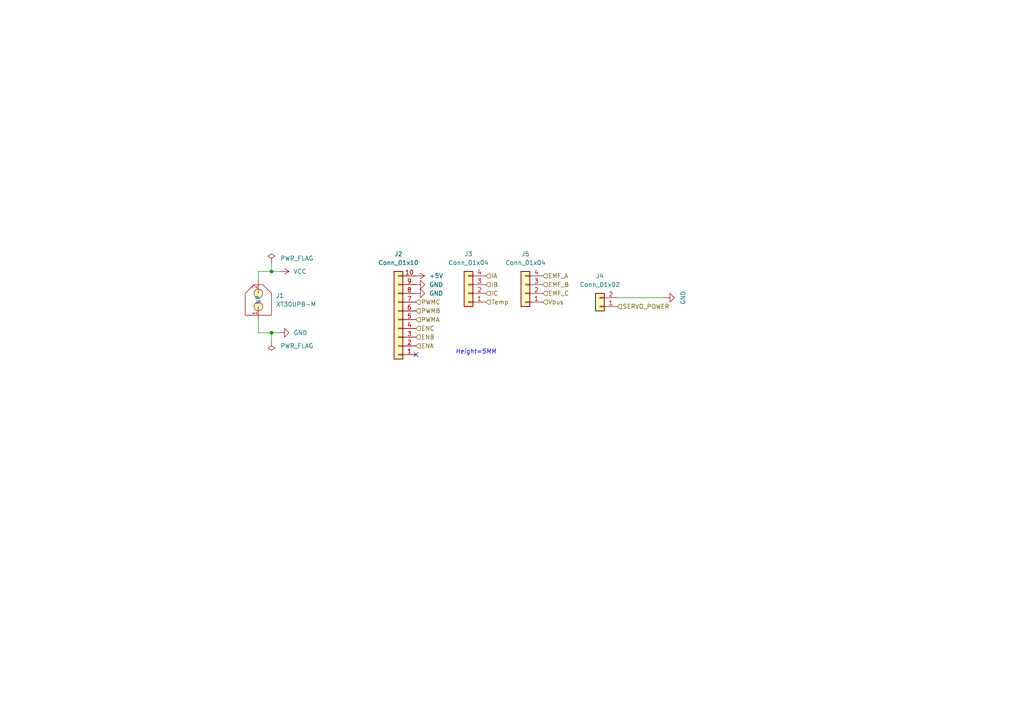
<source format=kicad_sch>
(kicad_sch (version 20211123) (generator eeschema)
  (paper "A4")
  (lib_symbols
    (symbol "Connector_Generic:Conn_01x02" (pin_names (offset 1.016) hide)
      (property "Reference" "J" (at 0 2.54 0))
      (property "Value" "Conn_01x02" (at 0 -5.08 0))
      (symbol "Conn_01x02_1_1"
        (rectangle (start -1.27 -2.413) (end 0 -2.667) (stroke (width 0.1524)))
        (rectangle (start -1.27 0.127) (end 0 -0.127) (stroke (width 0.1524)))
        (rectangle (start -1.27 1.27) (end 1.27 -3.81) (stroke (width 0.254)) (fill (type background)))
        (pin passive line (at -5.08 0 0) (length 3.81) (name "Pin_1") (number "1"))
        (pin passive line (at -5.08 -2.54 0) (length 3.81) (name "Pin_2") (number "2"))
      )
    )
    (symbol "Connector_Generic:Conn_01x04" (pin_names (offset 1.016) hide)
      (property "Reference" "J" (at 0 5.08 0))
      (property "Value" "Conn_01x04" (at 0 -7.62 0))
      (symbol "Conn_01x04_1_1"
        (rectangle (start -1.27 -4.953) (end 0 -5.207) (stroke (width 0.1524)))
        (rectangle (start -1.27 -2.413) (end 0 -2.667) (stroke (width 0.1524)))
        (rectangle (start -1.27 0.127) (end 0 -0.127) (stroke (width 0.1524)))
        (rectangle (start -1.27 2.667) (end 0 2.413) (stroke (width 0.1524)))
        (rectangle (start -1.27 3.81) (end 1.27 -6.35) (stroke (width 0.254)) (fill (type background)))
        (pin passive line (at -5.08 2.54 0) (length 3.81) (name "Pin_1") (number "1"))
        (pin passive line (at -5.08 0 0) (length 3.81) (name "Pin_2") (number "2"))
        (pin passive line (at -5.08 -2.54 0) (length 3.81) (name "Pin_3") (number "3"))
        (pin passive line (at -5.08 -5.08 0) (length 3.81) (name "Pin_4") (number "4"))
      )
    )
    (symbol "Connector_Generic:Conn_01x10" (pin_names (offset 1.016) hide)
      (property "Reference" "J" (at 0 12.7 0))
      (property "Value" "Conn_01x10" (at 0 -15.24 0))
      (symbol "Conn_01x10_1_1"
        (rectangle (start -1.27 -12.573) (end 0 -12.827) (stroke (width 0.1524)))
        (rectangle (start -1.27 -10.033) (end 0 -10.287) (stroke (width 0.1524)))
        (rectangle (start -1.27 -7.493) (end 0 -7.747) (stroke (width 0.1524)))
        (rectangle (start -1.27 -4.953) (end 0 -5.207) (stroke (width 0.1524)))
        (rectangle (start -1.27 -2.413) (end 0 -2.667) (stroke (width 0.1524)))
        (rectangle (start -1.27 0.127) (end 0 -0.127) (stroke (width 0.1524)))
        (rectangle (start -1.27 2.667) (end 0 2.413) (stroke (width 0.1524)))
        (rectangle (start -1.27 5.207) (end 0 4.953) (stroke (width 0.1524)))
        (rectangle (start -1.27 7.747) (end 0 7.493) (stroke (width 0.1524)))
        (rectangle (start -1.27 10.287) (end 0 10.033) (stroke (width 0.1524)))
        (rectangle (start -1.27 11.43) (end 1.27 -13.97) (stroke (width 0.254)) (fill (type background)))
        (pin passive line (at -5.08 10.16 0) (length 3.81) (name "Pin_1") (number "1"))
        (pin passive line (at -5.08 -12.7 0) (length 3.81) (name "Pin_10") (number "10"))
        (pin passive line (at -5.08 7.62 0) (length 3.81) (name "Pin_2") (number "2"))
        (pin passive line (at -5.08 5.08 0) (length 3.81) (name "Pin_3") (number "3"))
        (pin passive line (at -5.08 2.54 0) (length 3.81) (name "Pin_4") (number "4"))
        (pin passive line (at -5.08 0 0) (length 3.81) (name "Pin_5") (number "5"))
        (pin passive line (at -5.08 -2.54 0) (length 3.81) (name "Pin_6") (number "6"))
        (pin passive line (at -5.08 -5.08 0) (length 3.81) (name "Pin_7") (number "7"))
        (pin passive line (at -5.08 -7.62 0) (length 3.81) (name "Pin_8") (number "8"))
        (pin passive line (at -5.08 -10.16 0) (length 3.81) (name "Pin_9") (number "9"))
      )
    )
    (symbol "My_Conn:XT30U"
      (property "Reference" "J" (at -2.54 5.08 0))
      (property "Value" "XT30U" (at 0 -5.08 0))
      (symbol "XT30U_0_1"
        (circle (center -1.27 0) (radius 1.27) (fill (type background)))
        (polyline (pts (xy -3.81 3.81) (xy -3.81 1.27)))
        (polyline (pts (xy 2.54 -3.81) (xy 1.27 -3.81)))
        (polyline (pts (xy -3.81 1.27) (xy -3.81 1.27) (xy -3.81 1.27) (xy -3.81 -3.81) (xy 1.27 -3.81)))
        (polyline (pts (xy 2.54 -3.81) (xy 5.08 -1.27) (xy 5.08 1.27) (xy 2.54 3.81) (xy -2.54 3.81) (xy -3.81 3.81)))
        (circle (center 2.54 0) (radius 1.27) (fill (type background)))
      )
      (symbol "XT30U_1_1"
        (pin power_in line (at -5.08 0 0) (length 3.81) (name "N") (number "1"))
        (pin power_in line (at 6.35 0 180) (length 3.81) (name "P") (number "2"))
      )
    )
    (symbol "power:+5V" (power) (pin_names (offset 0))
      (property "Value" "+5V" (at 0 3.556 0))
      (symbol "+5V_0_1"
        (polyline (pts (xy -0.762 1.27) (xy 0 2.54)))
        (polyline (pts (xy 0 0) (xy 0 2.54)))
        (polyline (pts (xy 0 2.54) (xy 0.762 1.27)))
      )
      (symbol "+5V_1_1"
        (pin power_in line (at 0 0 90) (length 0) hide (name "+5V") (number "1"))
      )
    )
    (symbol "power:GND" (power) (pin_names (offset 0))
      (property "Value" "GND" (at 0 -3.81 0))
      (symbol "GND_0_1"
        (polyline (pts (xy 0 0) (xy 0 -1.27) (xy 1.27 -1.27) (xy 0 -2.54) (xy -1.27 -1.27) (xy 0 -1.27)))
      )
      (symbol "GND_1_1"
        (pin power_in line (at 0 0 270) (length 0) hide (name "GND") (number "1"))
      )
    )
    (symbol "power:PWR_FLAG" (power) (pin_numbers hide) (pin_names (offset 0) hide)
      (property "Value" "PWR_FLAG" (at 0 3.81 0))
      (symbol "PWR_FLAG_0_0"
        (pin power_out line (at 0 0 90) (length 0) (name "pwr") (number "1"))
      )
      (symbol "PWR_FLAG_0_1"
        (polyline (pts (xy 0 0) (xy 0 1.27) (xy -1.016 1.905) (xy 0 2.54) (xy 1.016 1.905) (xy 0 1.27)))
      )
    )
    (symbol "power:VCC" (power) (pin_names (offset 0))
      (property "Value" "VCC" (at 0 3.81 0))
      (symbol "VCC_0_1"
        (polyline (pts (xy -0.762 1.27) (xy 0 2.54)))
        (polyline (pts (xy 0 0) (xy 0 2.54)))
        (polyline (pts (xy 0 2.54) (xy 0.762 1.27)))
      )
      (symbol "VCC_1_1"
        (pin power_in line (at 0 0 90) (length 0) hide (name "VCC") (number "1"))
      )
    )
  )
  (junction (at 78.74 96.52))
  (junction (at 78.74 78.74))
  (no_connect (at 120.65 102.87))
  (wire (pts (xy 74.93 96.52) (xy 78.74 96.52)))
  (wire (pts (xy 74.93 78.74) (xy 78.74 78.74)))
  (wire (pts (xy 193.04 86.36) (xy 179.07 86.36)))
  (wire (pts (xy 81.28 96.52) (xy 78.74 96.52)))
  (wire (pts (xy 78.74 76.2) (xy 78.74 78.74)))
  (wire (pts (xy 78.74 99.06) (xy 78.74 96.52)))
  (wire (pts (xy 74.93 78.74) (xy 74.93 81.28)))
  (wire (pts (xy 81.28 78.74) (xy 78.74 78.74)))
  (wire (pts (xy 74.93 96.52) (xy 74.93 92.71)))
  (text "Height=5MM" (at 132.08 102.87 0) (effects (font (size 1.27 1.27) italic) (justify left bottom)))
  (hierarchical_label "IA" (shape input) (at 140.97 80.01 0))
  (hierarchical_label "PWMB" (shape input) (at 120.65 90.17 0))
  (hierarchical_label "Temp" (shape input) (at 140.97 87.63 0))
  (hierarchical_label "ENA" (shape input) (at 120.65 100.33 0))
  (hierarchical_label "IB" (shape input) (at 140.97 82.55 0))
  (hierarchical_label "SERVO_POWER" (shape input) (at 179.07 88.9 0))
  (hierarchical_label "PWMC" (shape input) (at 120.65 87.63 0))
  (hierarchical_label "Vbus" (shape input) (at 157.48 87.63 0))
  (hierarchical_label "EMF_B" (shape input) (at 157.48 82.55 0))
  (hierarchical_label "EMF_A" (shape input) (at 157.48 80.01 0))
  (hierarchical_label "ENC" (shape input) (at 120.65 95.25 0))
  (hierarchical_label "IC" (shape input) (at 140.97 85.09 0))
  (hierarchical_label "ENB" (shape input) (at 120.65 97.79 0))
  (hierarchical_label "PWMA" (shape input) (at 120.65 92.71 0))
  (hierarchical_label "EMF_C" (shape input) (at 157.48 85.09 0))
  (symbol (lib_id "power:GND") (at 81.28 96.52 90) (unit 1)
    (property "Reference" "#PWR046" (effects hide))
    (property "Value" "GND" (at 85.09 96.5199 90) (effects (justify right)))
  )
  (symbol (lib_id "power:VCC") (at 81.28 78.74 270) (unit 1)
    (property "Reference" "#PWR045" (effects hide))
    (property "Value" "VCC" (at 85.09 78.7399 90) (effects (justify left)))
  )
  (symbol (lib_id "Connector_Generic:Conn_01x10") (at 115.57 92.71 180) (unit 1)
    (property "Reference" "J2" (at 115.57 73.66 0))
    (property "Value" "Conn_01x10" (at 115.57 76.2 0))
    (property "Footprint" "Connector_PinSocket_2.54mm:PinSocket_1x10_P2.54mm_Vertical" (effects hide))
  )
  (symbol (lib_id "power:PWR_FLAG") (at 78.74 99.06 180) (unit 1)
    (property "Reference" "#FLG04" (effects hide))
    (property "Value" "PWR_FLAG" (at 81.28 100.3299 0) (effects (justify right)))
  )
  (symbol (lib_id "Connector_Generic:Conn_01x04") (at 152.4 85.09 180) (unit 1)
    (property "Reference" "J5" (at 152.4 73.66 0))
    (property "Value" "Conn_01x04" (at 152.4 76.2 0))
    (property "Footprint" "Connector_PinSocket_2.54mm:PinSocket_1x04_P2.54mm_Vertical" (effects hide))
  )
  (symbol (lib_id "power:GND") (at 193.04 86.36 90) (unit 1)
    (property "Reference" "#PWR049" (effects hide))
    (property "Value" "GND" (at 198.12 86.36 0))
  )
  (symbol (lib_id "power:GND") (at 120.65 82.55 90) (unit 1)
    (property "Reference" "#PWR0102" (effects hide))
    (property "Value" "GND" (at 124.46 82.5499 90) (effects (justify right)))
  )
  (symbol (lib_id "My_Conn:XT30U") (at 74.93 87.63 90) (unit 1)
    (property "Reference" "J1" (at 80.01 85.7249 90) (effects (justify right)))
    (property "Value" "XT30UPB-M" (at 80.01 88.2649 90) (effects (justify right)))
    (property "Footprint" "Connector_AMASS:AMASS_XT30UPB-M_1x02_P5.0mm_Vertical" (effects hide))
  )
  (symbol (lib_id "Connector_Generic:Conn_01x04") (at 135.89 85.09 180) (unit 1)
    (property "Reference" "J3" (at 135.89 73.66 0))
    (property "Value" "Conn_01x04" (at 135.89 76.2 0))
    (property "Footprint" "Connector_PinSocket_2.54mm:PinSocket_1x04_P2.54mm_Vertical" (effects hide))
  )
  (symbol (lib_id "power:GND") (at 120.65 85.09 90) (unit 1)
    (property "Reference" "#PWR0101" (effects hide))
    (property "Value" "GND" (at 124.46 85.0899 90) (effects (justify right)))
  )
  (symbol (lib_id "Connector_Generic:Conn_01x02") (at 173.99 88.9 180) (unit 1)
    (property "Reference" "J4" (at 173.99 80.01 0))
    (property "Value" "Conn_01x02" (at 173.99 82.55 0))
    (property "Footprint" "Connector_PinHeader_2.54mm:PinHeader_1x02_P2.54mm_Vertical" (effects hide))
  )
  (symbol (lib_id "power:+5V") (at 120.65 80.01 270) (unit 1)
    (property "Reference" "#PWR047" (effects hide))
    (property "Value" "+5V" (at 124.46 80.0099 90) (effects (justify left)))
  )
  (symbol (lib_id "power:PWR_FLAG") (at 78.74 76.2 0) (unit 1)
    (property "Reference" "#FLG03" (effects hide))
    (property "Value" "PWR_FLAG" (at 81.28 74.9299 0) (effects (justify left)))
  )
)
</source>
